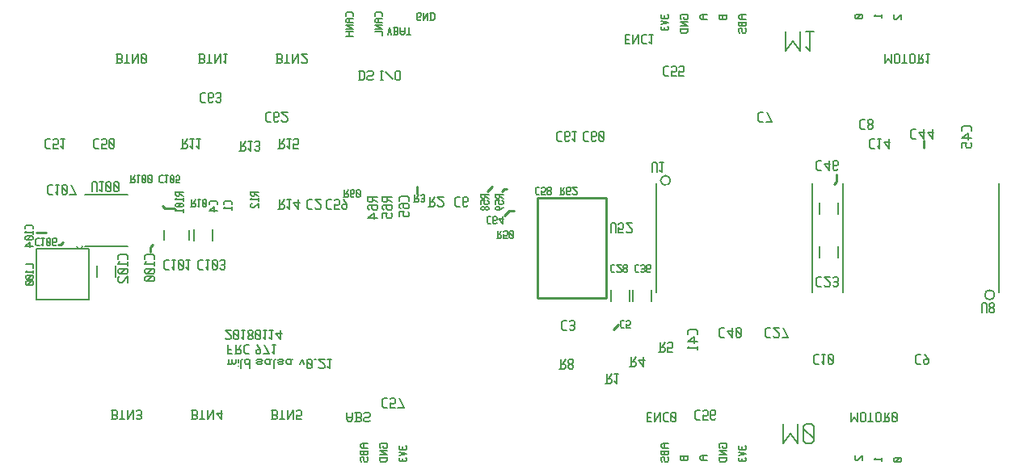
<source format=gbr>
G04 start of page 11 for group -4078 idx -4078 *
G04 Title: board, bottomsilk *
G04 Creator: pcb 20140316 *
G04 CreationDate: Mon 15 Jan 2018 01:30:57 AM GMT UTC *
G04 For: brian *
G04 Format: Gerber/RS-274X *
G04 PCB-Dimensions (mil): 6000.00 5000.00 *
G04 PCB-Coordinate-Origin: lower left *
%MOIN*%
%FSLAX25Y25*%
%LNBOTTOMSILK*%
%ADD145C,0.0082*%
%ADD144C,0.0080*%
%ADD143C,0.0100*%
G54D143*X458000Y252000D02*X459000Y253000D01*
Y256000D01*
X495000Y270000D02*Y267000D01*
X367000Y192000D02*X369000Y194000D01*
X323000Y250000D02*X322000D01*
X321000Y249000D01*
X317000Y251000D02*X315000Y249000D01*
X326000Y241000D02*X324000D01*
X322000Y239000D01*
X286000Y251000D02*Y248000D01*
X133000Y232000D02*X129000D01*
X138000Y227000D02*X139000D01*
X140000Y228000D01*
X176000Y224000D02*Y226000D01*
X177000Y227000D01*
X186000Y242000D02*X182000D01*
X181000Y243000D01*
G54D144*X263500Y145000D02*X265750D01*
X263500D02*X262750Y144475D01*
Y143650D02*Y144475D01*
Y143650D02*X263500Y143125D01*
X265750D01*
X264250D02*Y145000D01*
X265750Y140725D02*Y142225D01*
Y140725D02*X265375Y140350D01*
X264475D02*X265375D01*
X264100Y140725D02*X264475Y140350D01*
X264100Y140725D02*Y141850D01*
X262750D02*X265750D01*
X262750Y140725D02*Y142225D01*
Y140725D02*X263125Y140350D01*
X263725D01*
X264100Y140725D02*X263725Y140350D01*
X262750Y137950D02*X263125Y137575D01*
X262750Y137950D02*Y139075D01*
X263125Y139450D02*X262750Y139075D01*
X263125Y139450D02*X263875D01*
X264250Y139075D01*
Y137950D02*Y139075D01*
Y137950D02*X264625Y137575D01*
X265375D01*
X265750Y137950D02*X265375Y137575D01*
X265750Y137950D02*Y139075D01*
X265375Y139450D02*X265750Y139075D01*
X270750Y143500D02*X271125Y143125D01*
X270750Y143500D02*Y144625D01*
X271125Y145000D02*X270750Y144625D01*
X271125Y145000D02*X273375D01*
X273750Y144625D01*
Y143500D02*Y144625D01*
Y143500D02*X273375Y143125D01*
X272625D02*X273375D01*
X272250Y143500D02*X272625Y143125D01*
X272250Y143500D02*Y144250D01*
X270750Y142225D02*X273750D01*
X270750D02*X273750Y140350D01*
X270750D02*X273750D01*
X270750Y139075D02*X273750D01*
X270750Y138100D02*X271275Y137575D01*
X273225D01*
X273750Y138100D02*X273225Y137575D01*
X273750Y138100D02*Y139450D01*
X270750Y138100D02*Y139450D01*
X279125Y144000D02*X278750Y143625D01*
Y142875D02*Y143625D01*
Y142875D02*X279125Y142500D01*
X281750Y142875D02*X281375Y142500D01*
X281750Y142875D02*Y143625D01*
X281375Y144000D02*X281750Y143625D01*
X280100Y142875D02*Y143625D01*
X279125Y142500D02*X279725D01*
X280475D02*X281375D01*
X280475D02*X280100Y142875D01*
X279725Y142500D02*X280100Y142875D01*
X278750Y141600D02*X281750Y140850D01*
X278750Y140100D01*
X279125Y139200D02*X278750Y138825D01*
Y138075D02*Y138825D01*
Y138075D02*X279125Y137700D01*
X281750Y138075D02*X281375Y137700D01*
X281750Y138075D02*Y138825D01*
X281375Y139200D02*X281750Y138825D01*
X280100Y138075D02*Y138825D01*
X279125Y137700D02*X279725D01*
X280475D02*X281375D01*
X280475D02*X280100Y138075D01*
X279725Y137700D02*X280100Y138075D01*
G54D145*X437000Y145050D02*Y153250D01*
Y145050D02*X440075Y149150D01*
X443150Y145050D01*
Y153250D01*
X445610Y152225D02*X446635Y153250D01*
X445610Y146075D02*Y152225D01*
Y146075D02*X446635Y145050D01*
X448685D01*
X449710Y146075D01*
Y152225D01*
X448685Y153250D02*X449710Y152225D01*
X446635Y153250D02*X448685D01*
X445610Y151200D02*X449710Y147100D01*
G54D144*X419125Y144000D02*X418750Y143625D01*
Y142875D02*Y143625D01*
Y142875D02*X419125Y142500D01*
X421750Y142875D02*X421375Y142500D01*
X421750Y142875D02*Y143625D01*
X421375Y144000D02*X421750Y143625D01*
X420100Y142875D02*Y143625D01*
X419125Y142500D02*X419725D01*
X420475D02*X421375D01*
X420475D02*X420100Y142875D01*
X419725Y142500D02*X420100Y142875D01*
X418750Y141600D02*X421750Y140850D01*
X418750Y140100D01*
X419125Y139200D02*X418750Y138825D01*
Y138075D02*Y138825D01*
Y138075D02*X419125Y137700D01*
X421750Y138075D02*X421375Y137700D01*
X421750Y138075D02*Y138825D01*
X421375Y139200D02*X421750Y138825D01*
X420100Y138075D02*Y138825D01*
X419125Y137700D02*X419725D01*
X420475D02*X421375D01*
X420475D02*X420100Y138075D01*
X419725Y137700D02*X420100Y138075D01*
X410750Y143500D02*X411125Y143125D01*
X410750Y143500D02*Y144625D01*
X411125Y145000D02*X410750Y144625D01*
X411125Y145000D02*X413375D01*
X413750Y144625D01*
Y143500D02*Y144625D01*
Y143500D02*X413375Y143125D01*
X412625D02*X413375D01*
X412250Y143500D02*X412625Y143125D01*
X412250Y143500D02*Y144250D01*
X410750Y142225D02*X413750D01*
X410750D02*X413750Y140350D01*
X410750D02*X413750D01*
X410750Y139075D02*X413750D01*
X410750Y138100D02*X411275Y137575D01*
X413225D01*
X413750Y138100D02*X413225Y137575D01*
X413750Y138100D02*Y139450D01*
X410750Y138100D02*Y139450D01*
X403500Y140000D02*X405750D01*
X403500D02*X402750Y139475D01*
Y138650D02*Y139475D01*
Y138650D02*X403500Y138125D01*
X405750D01*
X404250D02*Y140000D01*
X397750Y138500D02*Y140000D01*
Y138500D02*X397375Y138125D01*
X396475D02*X397375D01*
X396100Y138500D02*X396475Y138125D01*
X396100Y138500D02*Y139625D01*
X394750D02*X397750D01*
X394750Y138500D02*Y140000D01*
Y138500D02*X395125Y138125D01*
X395725D01*
X396100Y138500D02*X395725Y138125D01*
X475350Y139000D02*X474750Y138400D01*
X477750D01*
Y137875D02*Y139000D01*
X485375D02*X485750Y138625D01*
X483125Y139000D02*X485375D01*
X483125D02*X482750Y138625D01*
Y137875D02*Y138625D01*
Y137875D02*X483125Y137500D01*
X485375D01*
X485750Y137875D02*X485375Y137500D01*
X485750Y137875D02*Y138625D01*
X485000Y139000D02*X483500Y137500D01*
X467125Y140000D02*X466750Y139625D01*
Y138500D02*Y139625D01*
Y138500D02*X467125Y138125D01*
X467875D01*
X469750Y140000D02*X467875Y138125D01*
X469750D02*Y140000D01*
X465000Y153980D02*Y157900D01*
Y153980D02*X466470Y155940D01*
X467940Y153980D01*
Y157900D01*
X469116Y154470D02*Y157410D01*
Y154470D02*X469606Y153980D01*
X470586D01*
X471076Y154470D01*
Y157410D01*
X470586Y157900D02*X471076Y157410D01*
X469606Y157900D02*X470586D01*
X469116Y157410D02*X469606Y157900D01*
X472252Y153980D02*X474212D01*
X473232D02*Y157900D01*
X475388Y154470D02*Y157410D01*
Y154470D02*X475878Y153980D01*
X476858D01*
X477348Y154470D01*
Y157410D01*
X476858Y157900D02*X477348Y157410D01*
X475878Y157900D02*X476858D01*
X475388Y157410D02*X475878Y157900D01*
X478524Y153980D02*X480484D01*
X480974Y154470D01*
Y155450D01*
X480484Y155940D02*X480974Y155450D01*
X479014Y155940D02*X480484D01*
X479014Y153980D02*Y157900D01*
X479798Y155940D02*X480974Y157900D01*
X482150Y157410D02*X482640Y157900D01*
X482150Y154470D02*Y157410D01*
Y154470D02*X482640Y153980D01*
X483620D01*
X484110Y154470D01*
Y157410D01*
X483620Y157900D02*X484110Y157410D01*
X482640Y157900D02*X483620D01*
X482150Y156920D02*X484110Y154960D01*
X387500Y145000D02*X389750D01*
X387500D02*X386750Y144475D01*
Y143650D02*Y144475D01*
Y143650D02*X387500Y143125D01*
X389750D01*
X388250D02*Y145000D01*
X389750Y140725D02*Y142225D01*
Y140725D02*X389375Y140350D01*
X388475D02*X389375D01*
X388100Y140725D02*X388475Y140350D01*
X388100Y140725D02*Y141850D01*
X386750D02*X389750D01*
X386750Y140725D02*Y142225D01*
Y140725D02*X387125Y140350D01*
X387725D01*
X388100Y140725D02*X387725Y140350D01*
X386750Y137950D02*X387125Y137575D01*
X386750Y137950D02*Y139075D01*
X387125Y139450D02*X386750Y139075D01*
X387125Y139450D02*X387875D01*
X388250Y139075D01*
Y137950D02*Y139075D01*
Y137950D02*X388625Y137575D01*
X389375D01*
X389750Y137950D02*X389375Y137575D01*
X389750Y137950D02*Y139075D01*
X389375Y139450D02*X389750Y139075D01*
X381000Y155744D02*X382470D01*
X381000Y157900D02*X382960D01*
X381000Y153980D02*Y157900D01*
Y153980D02*X382960D01*
X384136D02*Y157900D01*
Y153980D02*X386586Y157900D01*
Y153980D02*Y157900D01*
X388448D02*X389722D01*
X387762Y157214D02*X388448Y157900D01*
X387762Y154666D02*Y157214D01*
Y154666D02*X388448Y153980D01*
X389722D01*
X390898Y157410D02*X391388Y157900D01*
X390898Y154470D02*Y157410D01*
Y154470D02*X391388Y153980D01*
X392368D01*
X392858Y154470D01*
Y157410D01*
X392368Y157900D02*X392858Y157410D01*
X391388Y157900D02*X392368D01*
X390898Y156920D02*X392858Y154960D01*
X160000Y158900D02*X161960D01*
X162450Y158410D01*
Y157234D02*Y158410D01*
X161960Y156744D02*X162450Y157234D01*
X160490Y156744D02*X161960D01*
X160490Y154980D02*Y158900D01*
X160000Y154980D02*X161960D01*
X162450Y155470D01*
Y156254D01*
X161960Y156744D02*X162450Y156254D01*
X163626Y154980D02*X165586D01*
X164606D02*Y158900D01*
X166762Y154980D02*Y158900D01*
Y154980D02*X169212Y158900D01*
Y154980D02*Y158900D01*
X170388Y155470D02*X170878Y154980D01*
X171858D01*
X172348Y155470D01*
X171858Y158900D02*X172348Y158410D01*
X170878Y158900D02*X171858D01*
X170388Y158410D02*X170878Y158900D01*
Y156744D02*X171858D01*
X172348Y155470D02*Y156254D01*
Y157234D02*Y158410D01*
Y157234D02*X171858Y156744D01*
X172348Y156254D02*X171858Y156744D01*
X193000Y158900D02*X194960D01*
X195450Y158410D01*
Y157234D02*Y158410D01*
X194960Y156744D02*X195450Y157234D01*
X193490Y156744D02*X194960D01*
X193490Y154980D02*Y158900D01*
X193000Y154980D02*X194960D01*
X195450Y155470D01*
Y156254D01*
X194960Y156744D02*X195450Y156254D01*
X196626Y154980D02*X198586D01*
X197606D02*Y158900D01*
X199762Y154980D02*Y158900D01*
Y154980D02*X202212Y158900D01*
Y154980D02*Y158900D01*
X203388Y157430D02*X205348Y154980D01*
X203388Y157430D02*X205838D01*
X205348Y154980D02*Y158900D01*
X226000D02*X227960D01*
X228450Y158410D01*
Y157234D02*Y158410D01*
X227960Y156744D02*X228450Y157234D01*
X226490Y156744D02*X227960D01*
X226490Y154980D02*Y158900D01*
X226000Y154980D02*X227960D01*
X228450Y155470D01*
Y156254D01*
X227960Y156744D02*X228450Y156254D01*
X229626Y154980D02*X231586D01*
X230606D02*Y158900D01*
X232762Y154980D02*Y158900D01*
Y154980D02*X235212Y158900D01*
Y154980D02*Y158900D01*
X236388Y154980D02*X238348D01*
X236388D02*Y156940D01*
X236878Y156450D01*
X237858D01*
X238348Y156940D01*
Y158410D01*
X237858Y158900D02*X238348Y158410D01*
X236878Y158900D02*X237858D01*
X236388Y158410D02*X236878Y158900D01*
X162000Y305900D02*X163960D01*
X164450Y305410D01*
Y304234D02*Y305410D01*
X163960Y303744D02*X164450Y304234D01*
X162490Y303744D02*X163960D01*
X162490Y301980D02*Y305900D01*
X162000Y301980D02*X163960D01*
X164450Y302470D01*
Y303254D01*
X163960Y303744D02*X164450Y303254D01*
X165626Y301980D02*X167586D01*
X166606D02*Y305900D01*
X168762Y301980D02*Y305900D01*
Y301980D02*X171212Y305900D01*
Y301980D02*Y305900D01*
X172388Y305410D02*X172878Y305900D01*
X172388Y302470D02*Y305410D01*
Y302470D02*X172878Y301980D01*
X173858D01*
X174348Y302470D01*
Y305410D01*
X173858Y305900D02*X174348Y305410D01*
X172878Y305900D02*X173858D01*
X172388Y304920D02*X174348Y302960D01*
X196000Y305900D02*X197960D01*
X198450Y305410D01*
Y304234D02*Y305410D01*
X197960Y303744D02*X198450Y304234D01*
X196490Y303744D02*X197960D01*
X196490Y301980D02*Y305900D01*
X196000Y301980D02*X197960D01*
X198450Y302470D01*
Y303254D01*
X197960Y303744D02*X198450Y303254D01*
X199626Y301980D02*X201586D01*
X200606D02*Y305900D01*
X202762Y301980D02*Y305900D01*
Y301980D02*X205212Y305900D01*
Y301980D02*Y305900D01*
X206388Y302764D02*X207172Y301980D01*
Y305900D01*
X206388D02*X207858D01*
X228000D02*X229960D01*
X230450Y305410D01*
Y304234D02*Y305410D01*
X229960Y303744D02*X230450Y304234D01*
X228490Y303744D02*X229960D01*
X228490Y301980D02*Y305900D01*
X228000Y301980D02*X229960D01*
X230450Y302470D01*
Y303254D01*
X229960Y303744D02*X230450Y303254D01*
X231626Y301980D02*X233586D01*
X232606D02*Y305900D01*
X234762Y301980D02*Y305900D01*
Y301980D02*X237212Y305900D01*
Y301980D02*Y305900D01*
X238388Y302470D02*X238878Y301980D01*
X240348D01*
X240838Y302470D01*
Y303450D01*
X238388Y305900D02*X240838Y303450D01*
X238388Y305900D02*X240838D01*
X262490Y294980D02*Y298900D01*
X263764Y294980D02*X264450Y295666D01*
Y298214D01*
X263764Y298900D02*X264450Y298214D01*
X262000Y298900D02*X263764D01*
X262000Y294980D02*X263764D01*
X267586D02*X268076Y295470D01*
X266116Y294980D02*X267586D01*
X265626Y295470D02*X266116Y294980D01*
X265626Y295470D02*Y296450D01*
X266116Y296940D01*
X267586D01*
X268076Y297430D01*
Y298410D01*
X267586Y298900D02*X268076Y298410D01*
X266116Y298900D02*X267586D01*
X265626Y298410D02*X266116Y298900D01*
X271016Y294980D02*X271996D01*
X271506D02*Y298900D01*
X271016D02*X271996D01*
X273172Y298410D02*X276112Y295470D01*
X277288D02*Y298410D01*
Y295470D02*X277778Y294980D01*
X278758D01*
X279248Y295470D01*
Y298410D01*
X278758Y298900D02*X279248Y298410D01*
X277778Y298900D02*X278758D01*
X277288Y298410D02*X277778Y298900D01*
X274000Y313750D02*X274750Y316750D01*
X275500Y313750D01*
X276400Y316750D02*X277900D01*
X278275Y316375D01*
Y315475D02*Y316375D01*
X277900Y315100D02*X278275Y315475D01*
X276775Y315100D02*X277900D01*
X276775Y313750D02*Y316750D01*
X276400Y313750D02*X277900D01*
X278275Y314125D01*
Y314725D01*
X277900Y315100D02*X278275Y314725D01*
X279175Y314500D02*Y316750D01*
Y314500D02*X279700Y313750D01*
X280525D01*
X281050Y314500D01*
Y316750D01*
X279175Y315250D02*X281050D01*
X281950Y313750D02*X283450D01*
X282700D02*Y316750D01*
X287500Y319750D02*X287875Y320125D01*
X286375Y319750D02*X287500D01*
X286000Y320125D02*X286375Y319750D01*
X286000Y320125D02*Y322375D01*
X286375Y322750D01*
X287500D01*
X287875Y322375D01*
Y321625D02*Y322375D01*
X287500Y321250D02*X287875Y321625D01*
X286750Y321250D02*X287500D01*
X288775Y319750D02*Y322750D01*
Y319750D02*X290650Y322750D01*
Y319750D02*Y322750D01*
X291925Y319750D02*Y322750D01*
X292900Y319750D02*X293425Y320275D01*
Y322225D01*
X292900Y322750D02*X293425Y322225D01*
X291550Y322750D02*X292900D01*
X291550Y319750D02*X292900D01*
X257000Y154960D02*Y157900D01*
Y154960D02*X257686Y153980D01*
X258764D01*
X259450Y154960D01*
Y157900D01*
X257000Y155940D02*X259450D01*
X260626Y157900D02*X262586D01*
X263076Y157410D01*
Y156234D02*Y157410D01*
X262586Y155744D02*X263076Y156234D01*
X261116Y155744D02*X262586D01*
X261116Y153980D02*Y157900D01*
X260626Y153980D02*X262586D01*
X263076Y154470D01*
Y155254D01*
X262586Y155744D02*X263076Y155254D01*
X266212Y153980D02*X266702Y154470D01*
X264742Y153980D02*X266212D01*
X264252Y154470D02*X264742Y153980D01*
X264252Y154470D02*Y155450D01*
X264742Y155940D01*
X266212D01*
X266702Y156430D01*
Y157410D01*
X266212Y157900D02*X266702Y157410D01*
X264742Y157900D02*X266212D01*
X264252Y157410D02*X264742Y157900D01*
X259750Y321500D02*Y322475D01*
X259225Y323000D02*X259750Y322475D01*
X257275Y323000D02*X259225D01*
X257275D02*X256750Y322475D01*
Y321500D02*Y322475D01*
X257500Y320600D02*X259750D01*
X257500D02*X256750Y320075D01*
Y319250D02*Y320075D01*
Y319250D02*X257500Y318725D01*
X259750D01*
X258250D02*Y320600D01*
X256750Y317825D02*X259750D01*
X256750D02*X259750Y315950D01*
X256750D02*X259750D01*
X256750Y315050D02*X259750D01*
X256750Y313175D02*X259750D01*
X258250D02*Y315050D01*
X271750Y321500D02*Y322475D01*
X271225Y323000D02*X271750Y322475D01*
X269275Y323000D02*X271225D01*
X269275D02*X268750Y322475D01*
Y321500D02*Y322475D01*
X269500Y320600D02*X271750D01*
X269500D02*X268750Y320075D01*
Y319250D02*Y320075D01*
Y319250D02*X269500Y318725D01*
X271750D01*
X270250D02*Y320600D01*
X268750Y317825D02*X271750D01*
X268750D02*X271750Y315950D01*
X268750D02*X271750D01*
X268750Y315050D02*X271750D01*
Y313550D02*Y315050D01*
X208490Y178430D02*Y179900D01*
Y178430D02*X208980Y177940D01*
X209470D01*
X209960Y178430D01*
Y179900D01*
Y178430D02*X210450Y177940D01*
X210940D01*
X211430Y178430D01*
Y179900D01*
X208000Y177940D02*X208490Y178430D01*
X212606Y176960D02*Y177058D01*
Y178430D02*Y179900D01*
X213586Y175980D02*Y179410D01*
X214076Y179900D01*
X217016Y175980D02*Y179900D01*
X216526D02*X217016Y179410D01*
X215546Y179900D02*X216526D01*
X215056Y179410D02*X215546Y179900D01*
X215056Y178430D02*Y179410D01*
Y178430D02*X215546Y177940D01*
X216526D01*
X217016Y178430D01*
X220446Y179900D02*X221916D01*
X222406Y179410D01*
X221916Y178920D02*X222406Y179410D01*
X220446Y178920D02*X221916D01*
X219956Y178430D02*X220446Y178920D01*
X219956Y178430D02*X220446Y177940D01*
X221916D01*
X222406Y178430D01*
X219956Y179410D02*X220446Y179900D01*
X225052Y177940D02*X225542Y178430D01*
X224072Y177940D02*X225052D01*
X223582Y178430D02*X224072Y177940D01*
X223582Y178430D02*Y179410D01*
X224072Y179900D01*
X225542Y177940D02*Y179410D01*
X226032Y179900D01*
X224072D02*X225052D01*
X225542Y179410D01*
X227208Y175980D02*Y179410D01*
X227698Y179900D01*
X229168D02*X230638D01*
X231128Y179410D01*
X230638Y178920D02*X231128Y179410D01*
X229168Y178920D02*X230638D01*
X228678Y178430D02*X229168Y178920D01*
X228678Y178430D02*X229168Y177940D01*
X230638D01*
X231128Y178430D01*
X228678Y179410D02*X229168Y179900D01*
X233774Y177940D02*X234264Y178430D01*
X232794Y177940D02*X233774D01*
X232304Y178430D02*X232794Y177940D01*
X232304Y178430D02*Y179410D01*
X232794Y179900D01*
X234264Y177940D02*Y179410D01*
X234754Y179900D01*
X232794D02*X233774D01*
X234264Y179410D01*
X237694Y177940D02*X238674Y179900D01*
X239654Y177940D02*X238674Y179900D01*
X240830Y179410D02*X241320Y179900D01*
X240830Y176470D02*Y179410D01*
Y176470D02*X241320Y175980D01*
X242300D01*
X242790Y176470D01*
Y179410D01*
X242300Y179900D02*X242790Y179410D01*
X241320Y179900D02*X242300D01*
X240830Y178920D02*X242790Y176960D01*
X243966Y179900D02*X244456D01*
X245632Y176470D02*X246122Y175980D01*
X247592D01*
X248082Y176470D01*
Y177450D01*
X245632Y179900D02*X248082Y177450D01*
X245632Y179900D02*X248082D01*
X249258Y176764D02*X250042Y175980D01*
Y179900D01*
X249258D02*X250728D01*
X208000Y181980D02*Y185900D01*
Y181980D02*X209960D01*
X208000Y183744D02*X209470D01*
X211136Y181980D02*X213096D01*
X213586Y182470D01*
Y183450D01*
X213096Y183940D02*X213586Y183450D01*
X211626Y183940D02*X213096D01*
X211626Y181980D02*Y185900D01*
X212410Y183940D02*X213586Y185900D01*
X215448D02*X216722D01*
X214762Y185214D02*X215448Y185900D01*
X214762Y182666D02*Y185214D01*
Y182666D02*X215448Y181980D01*
X216722D01*
X220152Y185900D02*X221622Y183940D01*
Y182470D02*Y183940D01*
X221132Y181980D02*X221622Y182470D01*
X220152Y181980D02*X221132D01*
X219662Y182470D02*X220152Y181980D01*
X219662Y182470D02*Y183450D01*
X220152Y183940D01*
X221622D01*
X223288Y185900D02*X225248Y181980D01*
X222798D02*X225248D01*
X226424Y182764D02*X227208Y181980D01*
Y185900D01*
X226424D02*X227894D01*
X207000Y188470D02*X207490Y187980D01*
X208960D01*
X209450Y188470D01*
Y189450D01*
X207000Y191900D02*X209450Y189450D01*
X207000Y191900D02*X209450D01*
X210626Y191410D02*X211116Y191900D01*
X210626Y188470D02*Y191410D01*
Y188470D02*X211116Y187980D01*
X212096D01*
X212586Y188470D01*
Y191410D01*
X212096Y191900D02*X212586Y191410D01*
X211116Y191900D02*X212096D01*
X210626Y190920D02*X212586Y188960D01*
X213762Y188764D02*X214546Y187980D01*
Y191900D01*
X213762D02*X215232D01*
X216408Y191410D02*X216898Y191900D01*
X216408Y190626D02*Y191410D01*
Y190626D02*X217094Y189940D01*
X217682D01*
X218368Y190626D01*
Y191410D01*
X217878Y191900D02*X218368Y191410D01*
X216898Y191900D02*X217878D01*
X216408Y189254D02*X217094Y189940D01*
X216408Y188470D02*Y189254D01*
Y188470D02*X216898Y187980D01*
X217878D01*
X218368Y188470D01*
Y189254D01*
X217682Y189940D02*X218368Y189254D01*
X219544Y191410D02*X220034Y191900D01*
X219544Y188470D02*Y191410D01*
Y188470D02*X220034Y187980D01*
X221014D01*
X221504Y188470D01*
Y191410D01*
X221014Y191900D02*X221504Y191410D01*
X220034Y191900D02*X221014D01*
X219544Y190920D02*X221504Y188960D01*
X222680Y188764D02*X223464Y187980D01*
Y191900D01*
X222680D02*X224150D01*
X225326Y188764D02*X226110Y187980D01*
Y191900D01*
X225326D02*X226796D01*
X227972Y190430D02*X229932Y187980D01*
X227972Y190430D02*X230422D01*
X229932Y187980D02*Y191900D01*
G54D145*X438000Y307050D02*Y315250D01*
Y307050D02*X441075Y311150D01*
X444150Y307050D01*
Y315250D01*
X446610Y308690D02*X448250Y307050D01*
Y315250D01*
X446610D02*X449685D01*
G54D144*X419500Y322000D02*X421750D01*
X419500D02*X418750Y321475D01*
Y320650D02*Y321475D01*
Y320650D02*X419500Y320125D01*
X421750D01*
X420250D02*Y322000D01*
X421750Y317725D02*Y319225D01*
Y317725D02*X421375Y317350D01*
X420475D02*X421375D01*
X420100Y317725D02*X420475Y317350D01*
X420100Y317725D02*Y318850D01*
X418750D02*X421750D01*
X418750Y317725D02*Y319225D01*
Y317725D02*X419125Y317350D01*
X419725D01*
X420100Y317725D02*X419725Y317350D01*
X418750Y314950D02*X419125Y314575D01*
X418750Y314950D02*Y316075D01*
X419125Y316450D02*X418750Y316075D01*
X419125Y316450D02*X419875D01*
X420250Y316075D01*
Y314950D02*Y316075D01*
Y314950D02*X420625Y314575D01*
X421375D01*
X421750Y314950D02*X421375Y314575D01*
X421750Y314950D02*Y316075D01*
X421375Y316450D02*X421750Y316075D01*
X387125Y322000D02*X386750Y321625D01*
Y320875D02*Y321625D01*
Y320875D02*X387125Y320500D01*
X389750Y320875D02*X389375Y320500D01*
X389750Y320875D02*Y321625D01*
X389375Y322000D02*X389750Y321625D01*
X388100Y320875D02*Y321625D01*
X387125Y320500D02*X387725D01*
X388475D02*X389375D01*
X388475D02*X388100Y320875D01*
X387725Y320500D02*X388100Y320875D01*
X386750Y319600D02*X389750Y318850D01*
X386750Y318100D01*
X387125Y317200D02*X386750Y316825D01*
Y316075D02*Y316825D01*
Y316075D02*X387125Y315700D01*
X389750Y316075D02*X389375Y315700D01*
X389750Y316075D02*Y316825D01*
X389375Y317200D02*X389750Y316825D01*
X388100Y316075D02*Y316825D01*
X387125Y315700D02*X387725D01*
X388475D02*X389375D01*
X388475D02*X388100Y316075D01*
X387725Y315700D02*X388100Y316075D01*
X394750Y320500D02*X395125Y320125D01*
X394750Y320500D02*Y321625D01*
X395125Y322000D02*X394750Y321625D01*
X395125Y322000D02*X397375D01*
X397750Y321625D01*
Y320500D02*Y321625D01*
Y320500D02*X397375Y320125D01*
X396625D02*X397375D01*
X396250Y320500D02*X396625Y320125D01*
X396250Y320500D02*Y321250D01*
X394750Y319225D02*X397750D01*
X394750D02*X397750Y317350D01*
X394750D02*X397750D01*
X394750Y316075D02*X397750D01*
X394750Y315100D02*X395275Y314575D01*
X397225D01*
X397750Y315100D02*X397225Y314575D01*
X397750Y315100D02*Y316450D01*
X394750Y315100D02*Y316450D01*
X403500Y322000D02*X405750D01*
X403500D02*X402750Y321475D01*
Y320650D02*Y321475D01*
Y320650D02*X403500Y320125D01*
X405750D01*
X404250D02*Y322000D01*
X413750Y320500D02*Y322000D01*
Y320500D02*X413375Y320125D01*
X412475D02*X413375D01*
X412100Y320500D02*X412475Y320125D01*
X412100Y320500D02*Y321625D01*
X410750D02*X413750D01*
X410750Y320500D02*Y322000D01*
Y320500D02*X411125Y320125D01*
X411725D01*
X412100Y320500D02*X411725Y320125D01*
X483125Y322000D02*X482750Y321625D01*
Y320500D02*Y321625D01*
Y320500D02*X483125Y320125D01*
X483875D01*
X485750Y322000D02*X483875Y320125D01*
X485750D02*Y322000D01*
X475350D02*X474750Y321400D01*
X477750D01*
Y320875D02*Y322000D01*
X469375D02*X469750Y321625D01*
X467125Y322000D02*X469375D01*
X467125D02*X466750Y321625D01*
Y320875D02*Y321625D01*
Y320875D02*X467125Y320500D01*
X469375D01*
X469750Y320875D02*X469375Y320500D01*
X469750Y320875D02*Y321625D01*
X469000Y322000D02*X467500Y320500D01*
X372000Y311744D02*X373470D01*
X372000Y313900D02*X373960D01*
X372000Y309980D02*Y313900D01*
Y309980D02*X373960D01*
X375136D02*Y313900D01*
Y309980D02*X377586Y313900D01*
Y309980D02*Y313900D01*
X379448D02*X380722D01*
X378762Y313214D02*X379448Y313900D01*
X378762Y310666D02*Y313214D01*
Y310666D02*X379448Y309980D01*
X380722D01*
X381898Y310764D02*X382682Y309980D01*
Y313900D01*
X381898D02*X383368D01*
X479000Y301980D02*Y305900D01*
Y301980D02*X480470Y303940D01*
X481940Y301980D01*
Y305900D01*
X483116Y302470D02*Y305410D01*
Y302470D02*X483606Y301980D01*
X484586D01*
X485076Y302470D01*
Y305410D01*
X484586Y305900D02*X485076Y305410D01*
X483606Y305900D02*X484586D01*
X483116Y305410D02*X483606Y305900D01*
X486252Y301980D02*X488212D01*
X487232D02*Y305900D01*
X489388Y302470D02*Y305410D01*
Y302470D02*X489878Y301980D01*
X490858D01*
X491348Y302470D01*
Y305410D01*
X490858Y305900D02*X491348Y305410D01*
X489878Y305900D02*X490858D01*
X489388Y305410D02*X489878Y305900D01*
X492524Y301980D02*X494484D01*
X494974Y302470D01*
Y303450D01*
X494484Y303940D02*X494974Y303450D01*
X493014Y303940D02*X494484D01*
X493014Y301980D02*Y305900D01*
X493798Y303940D02*X494974Y305900D01*
X496150Y302764D02*X496934Y301980D01*
Y305900D01*
X496150D02*X497620D01*
X449087Y252441D02*Y207559D01*
X384913Y252441D02*Y207559D01*
X388654Y255622D02*G75*G03X388654Y255622I0J-2000D01*G01*
X459740Y226362D02*Y221638D01*
X452260Y226362D02*Y221638D01*
Y244362D02*Y239638D01*
X459740Y244362D02*Y239638D01*
X461913Y252441D02*Y207559D01*
X526087Y252441D02*Y207559D01*
X522346Y204378D02*G75*G03X522346Y204378I0J2000D01*G01*
G54D143*X335800Y246500D02*Y205100D01*
Y246500D02*X364300D01*
Y205100D01*
X335800D02*X364300D01*
G54D144*X375260Y208362D02*Y203638D01*
X382740Y208362D02*Y203638D01*
X366260Y208362D02*Y203638D01*
X373740Y208362D02*Y203638D01*
X194260Y233362D02*Y228638D01*
X201740Y233362D02*Y228638D01*
X181686Y232968D02*Y229032D01*
X192314Y232968D02*Y229032D01*
X161740Y218362D02*Y213638D01*
X154260Y218362D02*Y213638D01*
X129200Y225400D02*X150800D01*
X129200D02*Y204600D01*
X150800D01*
Y225400D02*Y204600D01*
X149142Y247630D02*X166858D01*
X149142Y226370D02*X166858D01*
X145795Y226359D02*G75*G03X148158Y226359I1182J208D01*G01*
X209700Y243610D02*Y244611D01*
X209161Y245150D02*X209700Y244611D01*
X207159Y245150D02*X209161D01*
X207159D02*X206620Y244611D01*
Y243610D02*Y244611D01*
X207236Y242686D02*X206620Y242070D01*
X209700D01*
Y241531D02*Y242686D01*
X203700Y243610D02*Y244611D01*
X203161Y245150D02*X203700Y244611D01*
X201159Y245150D02*X203161D01*
X201159D02*X200620Y244611D01*
Y243610D02*Y244611D01*
X202545Y242686D02*X200620Y241146D01*
X202545Y240761D02*Y242686D01*
X200620Y241146D02*X203700D01*
X196550Y220850D02*X197850D01*
X195850Y220150D02*X196550Y220850D01*
X195850Y217550D02*Y220150D01*
Y217550D02*X196550Y216850D01*
X197850D01*
X199050Y217650D02*X199850Y216850D01*
Y220850D01*
X199050D02*X200550D01*
X201750Y220350D02*X202250Y220850D01*
X201750Y217350D02*Y220350D01*
Y217350D02*X202250Y216850D01*
X203250D01*
X203750Y217350D01*
Y220350D01*
X203250Y220850D02*X203750Y220350D01*
X202250Y220850D02*X203250D01*
X201750Y219850D02*X203750Y217850D01*
X204950Y217350D02*X205450Y216850D01*
X206450D01*
X206950Y217350D01*
X206450Y220850D02*X206950Y220350D01*
X205450Y220850D02*X206450D01*
X204950Y220350D02*X205450Y220850D01*
Y218650D02*X206450D01*
X206950Y217350D02*Y218150D01*
Y219150D02*Y220350D01*
Y219150D02*X206450Y218650D01*
X206950Y218150D02*X206450Y218650D01*
X182550Y220850D02*X183850D01*
X181850Y220150D02*X182550Y220850D01*
X181850Y217550D02*Y220150D01*
Y217550D02*X182550Y216850D01*
X183850D01*
X185050Y217650D02*X185850Y216850D01*
Y220850D01*
X185050D02*X186550D01*
X187750Y220350D02*X188250Y220850D01*
X187750Y217350D02*Y220350D01*
Y217350D02*X188250Y216850D01*
X189250D01*
X189750Y217350D01*
Y220350D01*
X189250Y220850D02*X189750Y220350D01*
X188250Y220850D02*X189250D01*
X187750Y219850D02*X189750Y217850D01*
X190950Y217650D02*X191750Y216850D01*
Y220850D01*
X190950D02*X192450D01*
X192850Y242620D02*X194390D01*
X194775Y243005D01*
Y243775D01*
X194390Y244160D02*X194775Y243775D01*
X193235Y244160D02*X194390D01*
X193235Y242620D02*Y245700D01*
X193851Y244160D02*X194775Y245700D01*
X195699Y243236D02*X196315Y242620D01*
Y245700D01*
X195699D02*X196854D01*
X197778Y245315D02*X198163Y245700D01*
X197778Y243005D02*Y245315D01*
Y243005D02*X198163Y242620D01*
X198933D01*
X199318Y243005D01*
Y245315D01*
X198933Y245700D02*X199318Y245315D01*
X198163Y245700D02*X198933D01*
X197778Y244930D02*X199318Y243390D01*
X186620Y247610D02*Y249150D01*
Y247610D02*X187005Y247225D01*
X187775D01*
X188160Y247610D02*X187775Y247225D01*
X188160Y247610D02*Y248765D01*
X186620D02*X189700D01*
X188160Y248149D02*X189700Y247225D01*
X187236Y246301D02*X186620Y245685D01*
X189700D01*
Y245146D02*Y246301D01*
X189315Y244222D02*X189700Y243837D01*
X187005Y244222D02*X189315D01*
X187005D02*X186620Y243837D01*
Y243067D02*Y243837D01*
Y243067D02*X187005Y242682D01*
X189315D01*
X189700Y243067D02*X189315Y242682D01*
X189700Y243067D02*Y243837D01*
X188930Y244222D02*X187390Y242682D01*
X187236Y241758D02*X186620Y241142D01*
X189700D01*
Y240603D02*Y241758D01*
X167850Y252620D02*X169390D01*
X169775Y253005D01*
Y253775D01*
X169390Y254160D02*X169775Y253775D01*
X168235Y254160D02*X169390D01*
X168235Y252620D02*Y255700D01*
X168851Y254160D02*X169775Y255700D01*
X170699Y253236D02*X171315Y252620D01*
Y255700D01*
X170699D02*X171854D01*
X172778Y255315D02*X173163Y255700D01*
X172778Y253005D02*Y255315D01*
Y253005D02*X173163Y252620D01*
X173933D01*
X174318Y253005D01*
Y255315D01*
X173933Y255700D02*X174318Y255315D01*
X173163Y255700D02*X173933D01*
X172778Y254930D02*X174318Y253390D01*
X175242Y255315D02*X175627Y255700D01*
X175242Y253005D02*Y255315D01*
Y253005D02*X175627Y252620D01*
X176397D01*
X176782Y253005D01*
Y255315D01*
X176397Y255700D02*X176782Y255315D01*
X175627Y255700D02*X176397D01*
X175242Y254930D02*X176782Y253390D01*
X180382Y255650D02*X181370D01*
X179850Y255118D02*X180382Y255650D01*
X179850Y253142D02*Y255118D01*
Y253142D02*X180382Y252610D01*
X181370D01*
X182282Y253218D02*X182890Y252610D01*
Y255650D01*
X182282D02*X183422D01*
X184334Y255270D02*X184714Y255650D01*
X184334Y252990D02*Y255270D01*
Y252990D02*X184714Y252610D01*
X185474D01*
X185854Y252990D01*
Y255270D01*
X185474Y255650D02*X185854Y255270D01*
X184714Y255650D02*X185474D01*
X184334Y254890D02*X185854Y253370D01*
X186766Y252610D02*X188286D01*
X186766D02*Y254130D01*
X187146Y253750D01*
X187906D01*
X188286Y254130D01*
Y255270D01*
X187906Y255650D02*X188286Y255270D01*
X187146Y255650D02*X187906D01*
X186766Y255270D02*X187146Y255650D01*
X272550Y163850D02*X273850D01*
X271850Y163150D02*X272550Y163850D01*
X271850Y160550D02*Y163150D01*
Y160550D02*X272550Y159850D01*
X273850D01*
X275050D02*X277050D01*
X275050D02*Y161850D01*
X275550Y161350D01*
X276550D01*
X277050Y161850D01*
Y163350D01*
X276550Y163850D02*X277050Y163350D01*
X275550Y163850D02*X276550D01*
X275050Y163350D02*X275550Y163850D01*
X278750D02*X280750Y159850D01*
X278250D02*X280750D01*
X241550Y245850D02*X242850D01*
X240850Y245150D02*X241550Y245850D01*
X240850Y242550D02*Y245150D01*
Y242550D02*X241550Y241850D01*
X242850D01*
X244050Y242350D02*X244550Y241850D01*
X246050D01*
X246550Y242350D01*
Y243350D01*
X244050Y245850D02*X246550Y243350D01*
X244050Y245850D02*X246550D01*
X249550D02*X250850D01*
X248850Y245150D02*X249550Y245850D01*
X248850Y242550D02*Y245150D01*
Y242550D02*X249550Y241850D01*
X250850D01*
X252050D02*X254050D01*
X252050D02*Y243850D01*
X252550Y243350D01*
X253550D01*
X254050Y243850D01*
Y245350D01*
X253550Y245850D02*X254050Y245350D01*
X252550Y245850D02*X253550D01*
X252050Y245350D02*X252550Y245850D01*
X255750D02*X257250Y243850D01*
Y242350D02*Y243850D01*
X256750Y241850D02*X257250Y242350D01*
X255750Y241850D02*X256750D01*
X255250Y242350D02*X255750Y241850D01*
X255250Y242350D02*Y243350D01*
X255750Y243850D01*
X257250D01*
X255850Y246620D02*X257390D01*
X257775Y247005D01*
Y247775D01*
X257390Y248160D02*X257775Y247775D01*
X256235Y248160D02*X257390D01*
X256235Y246620D02*Y249700D01*
X256851Y248160D02*X257775Y249700D01*
X259854Y246620D02*X260239Y247005D01*
X259084Y246620D02*X259854D01*
X258699Y247005D02*X259084Y246620D01*
X258699Y247005D02*Y249315D01*
X259084Y249700D01*
X259854Y248006D02*X260239Y248391D01*
X258699Y248006D02*X259854D01*
X259084Y249700D02*X259854D01*
X260239Y249315D01*
Y248391D02*Y249315D01*
X261163D02*X261548Y249700D01*
X261163Y247005D02*Y249315D01*
Y247005D02*X261548Y246620D01*
X262318D01*
X262703Y247005D01*
Y249315D01*
X262318Y249700D02*X262703Y249315D01*
X261548Y249700D02*X262318D01*
X261163Y248930D02*X262703Y247390D01*
X228850Y241850D02*X230850D01*
X231350Y242350D01*
Y243350D01*
X230850Y243850D02*X231350Y243350D01*
X229350Y243850D02*X230850D01*
X229350Y241850D02*Y245850D01*
X230150Y243850D02*X231350Y245850D01*
X232550Y242650D02*X233350Y241850D01*
Y245850D01*
X232550D02*X234050D01*
X235250Y244350D02*X237250Y241850D01*
X235250Y244350D02*X237750D01*
X237250Y241850D02*Y245850D01*
X228850Y266850D02*X230850D01*
X231350Y267350D01*
Y268350D01*
X230850Y268850D02*X231350Y268350D01*
X229350Y268850D02*X230850D01*
X229350Y266850D02*Y270850D01*
X230150Y268850D02*X231350Y270850D01*
X232550Y267650D02*X233350Y266850D01*
Y270850D01*
X232550D02*X234050D01*
X235250Y266850D02*X237250D01*
X235250D02*Y268850D01*
X235750Y268350D01*
X236750D01*
X237250Y268850D01*
Y270350D01*
X236750Y270850D02*X237250Y270350D01*
X235750Y270850D02*X236750D01*
X235250Y270350D02*X235750Y270850D01*
X224550Y281850D02*X225850D01*
X223850Y281150D02*X224550Y281850D01*
X223850Y278550D02*Y281150D01*
Y278550D02*X224550Y277850D01*
X225850D01*
X228550D02*X229050Y278350D01*
X227550Y277850D02*X228550D01*
X227050Y278350D02*X227550Y277850D01*
X227050Y278350D02*Y281350D01*
X227550Y281850D01*
X228550Y279650D02*X229050Y280150D01*
X227050Y279650D02*X228550D01*
X227550Y281850D02*X228550D01*
X229050Y281350D01*
Y280150D02*Y281350D01*
X230250Y278350D02*X230750Y277850D01*
X232250D01*
X232750Y278350D01*
Y279350D01*
X230250Y281850D02*X232750Y279350D01*
X230250Y281850D02*X232750D01*
X217620Y247610D02*Y249150D01*
Y247610D02*X218005Y247225D01*
X218775D01*
X219160Y247610D02*X218775Y247225D01*
X219160Y247610D02*Y248765D01*
X217620D02*X220700D01*
X219160Y248149D02*X220700Y247225D01*
X218236Y246301D02*X217620Y245685D01*
X220700D01*
Y245146D02*Y246301D01*
X218005Y244222D02*X217620Y243837D01*
Y242682D02*Y243837D01*
Y242682D02*X218005Y242297D01*
X218775D01*
X220700Y244222D02*X218775Y242297D01*
X220700D02*Y244222D01*
X212850Y265850D02*X214850D01*
X215350Y266350D01*
Y267350D01*
X214850Y267850D02*X215350Y267350D01*
X213350Y267850D02*X214850D01*
X213350Y265850D02*Y269850D01*
X214150Y267850D02*X215350Y269850D01*
X216550Y266650D02*X217350Y265850D01*
Y269850D01*
X216550D02*X218050D01*
X219250Y266350D02*X219750Y265850D01*
X220750D01*
X221250Y266350D01*
X220750Y269850D02*X221250Y269350D01*
X219750Y269850D02*X220750D01*
X219250Y269350D02*X219750Y269850D01*
Y267650D02*X220750D01*
X221250Y266350D02*Y267150D01*
Y268150D02*Y269350D01*
Y268150D02*X220750Y267650D01*
X221250Y267150D02*X220750Y267650D01*
X265850Y245150D02*Y247150D01*
Y245150D02*X266350Y244650D01*
X267350D01*
X267850Y245150D02*X267350Y244650D01*
X267850Y245150D02*Y246650D01*
X265850D02*X269850D01*
X267850Y245850D02*X269850Y244650D01*
X265850Y241950D02*X266350Y241450D01*
X265850Y241950D02*Y242950D01*
X266350Y243450D02*X265850Y242950D01*
X266350Y243450D02*X269350D01*
X269850Y242950D01*
X267650Y241950D02*X268150Y241450D01*
X267650Y241950D02*Y243450D01*
X269850Y241950D02*Y242950D01*
Y241950D02*X269350Y241450D01*
X268150D02*X269350D01*
X268350Y240250D02*X265850Y238250D01*
X268350Y237750D02*Y240250D01*
X265850Y238250D02*X269850D01*
X271850Y245150D02*Y247150D01*
Y245150D02*X272350Y244650D01*
X273350D01*
X273850Y245150D02*X273350Y244650D01*
X273850Y245150D02*Y246650D01*
X271850D02*X275850D01*
X273850Y245850D02*X275850Y244650D01*
X271850Y241950D02*X272350Y241450D01*
X271850Y241950D02*Y242950D01*
X272350Y243450D02*X271850Y242950D01*
X272350Y243450D02*X275350D01*
X275850Y242950D01*
X273650Y241950D02*X274150Y241450D01*
X273650Y241950D02*Y243450D01*
X275850Y241950D02*Y242950D01*
Y241950D02*X275350Y241450D01*
X274150D02*X275350D01*
X271850Y238250D02*Y240250D01*
X273850D01*
X273350Y239750D01*
Y238750D02*Y239750D01*
Y238750D02*X273850Y238250D01*
X275350D01*
X275850Y238750D02*X275350Y238250D01*
X275850Y238750D02*Y239750D01*
X275350Y240250D02*X275850Y239750D01*
X282850Y245150D02*Y246450D01*
X282150Y247150D02*X282850Y246450D01*
X279550Y247150D02*X282150D01*
X279550D02*X278850Y246450D01*
Y245150D02*Y246450D01*
Y242450D02*X279350Y241950D01*
X278850Y242450D02*Y243450D01*
X279350Y243950D02*X278850Y243450D01*
X279350Y243950D02*X282350D01*
X282850Y243450D01*
X280650Y242450D02*X281150Y241950D01*
X280650Y242450D02*Y243950D01*
X282850Y242450D02*Y243450D01*
Y242450D02*X282350Y241950D01*
X281150D02*X282350D01*
X278850Y238750D02*Y240750D01*
X280850D01*
X280350Y240250D01*
Y239250D02*Y240250D01*
Y239250D02*X280850Y238750D01*
X282350D01*
X282850Y239250D02*X282350Y238750D01*
X282850Y239250D02*Y240250D01*
X282350Y240750D02*X282850Y240250D01*
X133550Y270850D02*X134850D01*
X132850Y270150D02*X133550Y270850D01*
X132850Y267550D02*Y270150D01*
Y267550D02*X133550Y266850D01*
X134850D01*
X136050D02*X138050D01*
X136050D02*Y268850D01*
X136550Y268350D01*
X137550D01*
X138050Y268850D01*
Y270350D01*
X137550Y270850D02*X138050Y270350D01*
X136550Y270850D02*X137550D01*
X136050Y270350D02*X136550Y270850D01*
X139250Y267650D02*X140050Y266850D01*
Y270850D01*
X139250D02*X140750D01*
X166850Y221150D02*Y222450D01*
X166150Y223150D02*X166850Y222450D01*
X163550Y223150D02*X166150D01*
X163550D02*X162850Y222450D01*
Y221150D02*Y222450D01*
X163650Y219950D02*X162850Y219150D01*
X166850D01*
Y218450D02*Y219950D01*
X166350Y217250D02*X166850Y216750D01*
X163350Y217250D02*X166350D01*
X163350D02*X162850Y216750D01*
Y215750D02*Y216750D01*
Y215750D02*X163350Y215250D01*
X166350D01*
X166850Y215750D02*X166350Y215250D01*
X166850Y215750D02*Y216750D01*
X165850Y217250D02*X163850Y215250D01*
X163350Y214050D02*X162850Y213550D01*
Y212050D02*Y213550D01*
Y212050D02*X163350Y211550D01*
X164350D01*
X166850Y214050D02*X164350Y211550D01*
X166850D02*Y214050D01*
X177850Y221150D02*Y222450D01*
X177150Y223150D02*X177850Y222450D01*
X174550Y223150D02*X177150D01*
X174550D02*X173850Y222450D01*
Y221150D02*Y222450D01*
X174650Y219950D02*X173850Y219150D01*
X177850D01*
Y218450D02*Y219950D01*
X177350Y217250D02*X177850Y216750D01*
X174350Y217250D02*X177350D01*
X174350D02*X173850Y216750D01*
Y215750D02*Y216750D01*
Y215750D02*X174350Y215250D01*
X177350D01*
X177850Y215750D02*X177350Y215250D01*
X177850Y215750D02*Y216750D01*
X176850Y217250D02*X174850Y215250D01*
X177350Y214050D02*X177850Y213550D01*
X174350Y214050D02*X177350D01*
X174350D02*X173850Y213550D01*
Y212550D02*Y213550D01*
Y212550D02*X174350Y212050D01*
X177350D01*
X177850Y212550D02*X177350Y212050D01*
X177850Y212550D02*Y213550D01*
X176850Y214050D02*X174850Y212050D01*
X124770Y219000D02*X127850D01*
Y217460D02*Y219000D01*
X125386Y216536D02*X124770Y215920D01*
X127850D01*
Y215381D02*Y216536D01*
X127465Y214457D02*X127850Y214072D01*
X125155Y214457D02*X127465D01*
X125155D02*X124770Y214072D01*
Y213302D02*Y214072D01*
Y213302D02*X125155Y212917D01*
X127465D01*
X127850Y213302D02*X127465Y212917D01*
X127850Y213302D02*Y214072D01*
X127080Y214457D02*X125540Y212917D01*
X127465Y211993D02*X127850Y211608D01*
X125155Y211993D02*X127465D01*
X125155D02*X124770Y211608D01*
Y210838D02*Y211608D01*
Y210838D02*X125155Y210453D01*
X127465D01*
X127850Y210838D02*X127465Y210453D01*
X127850Y210838D02*Y211608D01*
X127080Y211993D02*X125540Y210453D01*
X129389Y229700D02*X130390D01*
X128850Y229161D02*X129389Y229700D01*
X128850Y227159D02*Y229161D01*
Y227159D02*X129389Y226620D01*
X130390D01*
X131314Y227236D02*X131930Y226620D01*
Y229700D01*
X131314D02*X132469D01*
X133393Y229315D02*X133778Y229700D01*
X133393Y227005D02*Y229315D01*
Y227005D02*X133778Y226620D01*
X134548D01*
X134933Y227005D01*
Y229315D01*
X134548Y229700D02*X134933Y229315D01*
X133778Y229700D02*X134548D01*
X133393Y228930D02*X134933Y227390D01*
X137012Y226620D02*X137397Y227005D01*
X136242Y226620D02*X137012D01*
X135857Y227005D02*X136242Y226620D01*
X135857Y227005D02*Y229315D01*
X136242Y229700D01*
X137012Y228006D02*X137397Y228391D01*
X135857Y228006D02*X137012D01*
X136242Y229700D02*X137012D01*
X137397Y229315D01*
Y228391D02*Y229315D01*
X127700Y233610D02*Y234611D01*
X127161Y235150D02*X127700Y234611D01*
X125159Y235150D02*X127161D01*
X125159D02*X124620Y234611D01*
Y233610D02*Y234611D01*
X125236Y232686D02*X124620Y232070D01*
X127700D01*
Y231531D02*Y232686D01*
X127315Y230607D02*X127700Y230222D01*
X125005Y230607D02*X127315D01*
X125005D02*X124620Y230222D01*
Y229452D02*Y230222D01*
Y229452D02*X125005Y229067D01*
X127315D01*
X127700Y229452D02*X127315Y229067D01*
X127700Y229452D02*Y230222D01*
X126930Y230607D02*X125390Y229067D01*
X126545Y228143D02*X124620Y226603D01*
X126545Y226218D02*Y228143D01*
X124620Y226603D02*X127700D01*
X134550Y251850D02*X135850D01*
X133850Y251150D02*X134550Y251850D01*
X133850Y248550D02*Y251150D01*
Y248550D02*X134550Y247850D01*
X135850D01*
X137050Y248650D02*X137850Y247850D01*
Y251850D01*
X137050D02*X138550D01*
X139750Y251350D02*X140250Y251850D01*
X139750Y248350D02*Y251350D01*
Y248350D02*X140250Y247850D01*
X141250D01*
X141750Y248350D01*
Y251350D01*
X141250Y251850D02*X141750Y251350D01*
X140250Y251850D02*X141250D01*
X139750Y250850D02*X141750Y248850D01*
X143450Y251850D02*X145450Y247850D01*
X142950D02*X145450D01*
X152000Y249000D02*Y252500D01*
X152500Y253000D01*
X153500D01*
X154000Y252500D01*
Y249000D02*Y252500D01*
X155200Y249800D02*X156000Y249000D01*
Y253000D01*
X155200D02*X156700D01*
X157900Y252500D02*X158400Y253000D01*
X157900Y249500D02*Y252500D01*
Y249500D02*X158400Y249000D01*
X159400D01*
X159900Y249500D01*
Y252500D01*
X159400Y253000D02*X159900Y252500D01*
X158400Y253000D02*X159400D01*
X157900Y252000D02*X159900Y250000D01*
X161100Y252500D02*X161600Y253000D01*
X161100Y249500D02*Y252500D01*
Y249500D02*X161600Y249000D01*
X162600D01*
X163100Y249500D01*
Y252500D01*
X162600Y253000D02*X163100Y252500D01*
X161600Y253000D02*X162600D01*
X161100Y252000D02*X163100Y250000D01*
X153550Y270850D02*X154850D01*
X152850Y270150D02*X153550Y270850D01*
X152850Y267550D02*Y270150D01*
Y267550D02*X153550Y266850D01*
X154850D01*
X156050D02*X158050D01*
X156050D02*Y268850D01*
X156550Y268350D01*
X157550D01*
X158050Y268850D01*
Y270350D01*
X157550Y270850D02*X158050Y270350D01*
X156550Y270850D02*X157550D01*
X156050Y270350D02*X156550Y270850D01*
X159250Y270350D02*X159750Y270850D01*
X159250Y267350D02*Y270350D01*
Y267350D02*X159750Y266850D01*
X160750D01*
X161250Y267350D01*
Y270350D01*
X160750Y270850D02*X161250Y270350D01*
X159750Y270850D02*X160750D01*
X159250Y269850D02*X161250Y267850D01*
X188850Y266850D02*X190850D01*
X191350Y267350D01*
Y268350D01*
X190850Y268850D02*X191350Y268350D01*
X189350Y268850D02*X190850D01*
X189350Y266850D02*Y270850D01*
X190150Y268850D02*X191350Y270850D01*
X192550Y267650D02*X193350Y266850D01*
Y270850D01*
X192550D02*X194050D01*
X195250Y267650D02*X196050Y266850D01*
Y270850D01*
X195250D02*X196750D01*
X197550Y289850D02*X198850D01*
X196850Y289150D02*X197550Y289850D01*
X196850Y286550D02*Y289150D01*
Y286550D02*X197550Y285850D01*
X198850D01*
X201550D02*X202050Y286350D01*
X200550Y285850D02*X201550D01*
X200050Y286350D02*X200550Y285850D01*
X200050Y286350D02*Y289350D01*
X200550Y289850D01*
X201550Y287650D02*X202050Y288150D01*
X200050Y287650D02*X201550D01*
X200550Y289850D02*X201550D01*
X202050Y289350D01*
Y288150D02*Y289350D01*
X203250Y286350D02*X203750Y285850D01*
X204750D01*
X205250Y286350D01*
X204750Y289850D02*X205250Y289350D01*
X203750Y289850D02*X204750D01*
X203250Y289350D02*X203750Y289850D01*
Y287650D02*X204750D01*
X205250Y286350D02*Y287150D01*
Y288150D02*Y289350D01*
Y288150D02*X204750Y287650D01*
X205250Y287150D02*X204750Y287650D01*
X318620Y246610D02*Y248150D01*
Y246610D02*X319005Y246225D01*
X319775D01*
X320160Y246610D02*X319775Y246225D01*
X320160Y246610D02*Y247765D01*
X318620D02*X321700D01*
X320160Y247149D02*X321700Y246225D01*
X318620Y243761D02*Y245301D01*
X320160D01*
X319775Y244916D01*
Y244146D02*Y244916D01*
Y244146D02*X320160Y243761D01*
X321315D01*
X321700Y244146D02*X321315Y243761D01*
X321700Y244146D02*Y244916D01*
X321315Y245301D02*X321700Y244916D01*
Y242452D02*X320160Y241297D01*
X319005D02*X320160D01*
X318620Y241682D02*X319005Y241297D01*
X318620Y241682D02*Y242452D01*
X319005Y242837D02*X318620Y242452D01*
X319005Y242837D02*X319775D01*
X320160Y242452D01*
Y241297D02*Y242452D01*
X312620Y246610D02*Y248150D01*
Y246610D02*X313005Y246225D01*
X313775D01*
X314160Y246610D02*X313775Y246225D01*
X314160Y246610D02*Y247765D01*
X312620D02*X315700D01*
X314160Y247149D02*X315700Y246225D01*
X312620Y243761D02*Y245301D01*
X314160D01*
X313775Y244916D01*
Y244146D02*Y244916D01*
Y244146D02*X314160Y243761D01*
X315315D01*
X315700Y244146D02*X315315Y243761D01*
X315700Y244146D02*Y244916D01*
X315315Y245301D02*X315700Y244916D01*
X315315Y242837D02*X315700Y242452D01*
X314699Y242837D02*X315315D01*
X314699D02*X314160Y242298D01*
Y241836D02*Y242298D01*
Y241836D02*X314699Y241297D01*
X315315D01*
X315700Y241682D02*X315315Y241297D01*
X315700Y241682D02*Y242452D01*
X313621Y242837D02*X314160Y242298D01*
X313005Y242837D02*X313621D01*
X313005D02*X312620Y242452D01*
Y241682D02*Y242452D01*
Y241682D02*X313005Y241297D01*
X313621D01*
X314160Y241836D02*X313621Y241297D01*
X315539Y238850D02*X316540D01*
X315000Y238311D02*X315539Y238850D01*
X315000Y236309D02*Y238311D01*
Y236309D02*X315539Y235770D01*
X316540D01*
X318619D02*X319004Y236155D01*
X317849Y235770D02*X318619D01*
X317464Y236155D02*X317849Y235770D01*
X317464Y236155D02*Y238465D01*
X317849Y238850D01*
X318619Y237156D02*X319004Y237541D01*
X317464Y237156D02*X318619D01*
X317849Y238850D02*X318619D01*
X319004Y238465D01*
Y237541D02*Y238465D01*
X319928Y237695D02*X321468Y235770D01*
X319928Y237695D02*X321853D01*
X321468Y235770D02*Y238850D01*
X319000Y229770D02*X320540D01*
X320925Y230155D01*
Y230925D01*
X320540Y231310D02*X320925Y230925D01*
X319385Y231310D02*X320540D01*
X319385Y229770D02*Y232850D01*
X320001Y231310D02*X320925Y232850D01*
X321849Y229770D02*X323389D01*
X321849D02*Y231310D01*
X322234Y230925D01*
X323004D01*
X323389Y231310D01*
Y232465D01*
X323004Y232850D02*X323389Y232465D01*
X322234Y232850D02*X323004D01*
X321849Y232465D02*X322234Y232850D01*
X324313Y232465D02*X324698Y232850D01*
X324313Y230155D02*Y232465D01*
Y230155D02*X324698Y229770D01*
X325468D01*
X325853Y230155D01*
Y232465D01*
X325468Y232850D02*X325853Y232465D01*
X324698Y232850D02*X325468D01*
X324313Y232080D02*X325853Y230540D01*
X302550Y246850D02*X303850D01*
X301850Y246150D02*X302550Y246850D01*
X301850Y243550D02*Y246150D01*
Y243550D02*X302550Y242850D01*
X303850D01*
X306550D02*X307050Y243350D01*
X305550Y242850D02*X306550D01*
X305050Y243350D02*X305550Y242850D01*
X305050Y243350D02*Y246350D01*
X305550Y246850D01*
X306550Y244650D02*X307050Y245150D01*
X305050Y244650D02*X306550D01*
X305550Y246850D02*X306550D01*
X307050Y246350D01*
Y245150D02*Y246350D01*
X284850Y244620D02*X286390D01*
X286775Y245005D01*
Y245775D01*
X286390Y246160D02*X286775Y245775D01*
X285235Y246160D02*X286390D01*
X285235Y244620D02*Y247700D01*
X285851Y246160D02*X286775Y247700D01*
X287699Y245005D02*X288084Y244620D01*
X288854D01*
X289239Y245005D01*
X288854Y247700D02*X289239Y247315D01*
X288084Y247700D02*X288854D01*
X287699Y247315D02*X288084Y247700D01*
Y246006D02*X288854D01*
X289239Y245005D02*Y245621D01*
Y246391D02*Y247315D01*
Y246391D02*X288854Y246006D01*
X289239Y245621D02*X288854Y246006D01*
X290850Y242850D02*X292850D01*
X293350Y243350D01*
Y244350D01*
X292850Y244850D02*X293350Y244350D01*
X291350Y244850D02*X292850D01*
X291350Y242850D02*Y246850D01*
X292150Y244850D02*X293350Y246850D01*
X294550Y243350D02*X295050Y242850D01*
X296550D01*
X297050Y243350D01*
Y244350D01*
X294550Y246850D02*X297050Y244350D01*
X294550Y246850D02*X297050D01*
X385850Y182850D02*X387850D01*
X388350Y183350D01*
Y184350D01*
X387850Y184850D02*X388350Y184350D01*
X386350Y184850D02*X387850D01*
X386350Y182850D02*Y186850D01*
X387150Y184850D02*X388350Y186850D01*
X389550Y182850D02*X391550D01*
X389550D02*Y184850D01*
X390050Y184350D01*
X391050D01*
X391550Y184850D01*
Y186350D01*
X391050Y186850D02*X391550Y186350D01*
X390050Y186850D02*X391050D01*
X389550Y186350D02*X390050Y186850D01*
X450550Y181850D02*X451850D01*
X449850Y181150D02*X450550Y181850D01*
X449850Y178550D02*Y181150D01*
Y178550D02*X450550Y177850D01*
X451850D01*
X453050Y178650D02*X453850Y177850D01*
Y181850D01*
X453050D02*X454550D01*
X455750Y181350D02*X456250Y181850D01*
X455750Y178350D02*Y181350D01*
Y178350D02*X456250Y177850D01*
X457250D01*
X457750Y178350D01*
Y181350D01*
X457250Y181850D02*X457750Y181350D01*
X456250Y181850D02*X457250D01*
X455750Y180850D02*X457750Y178850D01*
X492550Y181850D02*X493850D01*
X491850Y181150D02*X492550Y181850D01*
X491850Y178550D02*Y181150D01*
Y178550D02*X492550Y177850D01*
X493850D01*
X495550Y181850D02*X497050Y179850D01*
Y178350D02*Y179850D01*
X496550Y177850D02*X497050Y178350D01*
X495550Y177850D02*X496550D01*
X495050Y178350D02*X495550Y177850D01*
X495050Y178350D02*Y179350D01*
X495550Y179850D01*
X497050D01*
X401550Y158850D02*X402850D01*
X400850Y158150D02*X401550Y158850D01*
X400850Y155550D02*Y158150D01*
Y155550D02*X401550Y154850D01*
X402850D01*
X404050D02*X406050D01*
X404050D02*Y156850D01*
X404550Y156350D01*
X405550D01*
X406050Y156850D01*
Y158350D01*
X405550Y158850D02*X406050Y158350D01*
X404550Y158850D02*X405550D01*
X404050Y158350D02*X404550Y158850D01*
X408750Y154850D02*X409250Y155350D01*
X407750Y154850D02*X408750D01*
X407250Y155350D02*X407750Y154850D01*
X407250Y155350D02*Y158350D01*
X407750Y158850D01*
X408750Y156650D02*X409250Y157150D01*
X407250Y156650D02*X408750D01*
X407750Y158850D02*X408750D01*
X409250Y158350D01*
Y157150D02*Y158350D01*
X519000Y199000D02*Y202500D01*
X519500Y203000D01*
X520500D01*
X521000Y202500D01*
Y199000D02*Y202500D01*
X522200D02*X522700Y203000D01*
X522200Y201700D02*Y202500D01*
Y201700D02*X522900Y201000D01*
X523500D01*
X524200Y201700D01*
Y202500D01*
X523700Y203000D02*X524200Y202500D01*
X522700Y203000D02*X523700D01*
X522200Y200300D02*X522900Y201000D01*
X522200Y199500D02*Y200300D01*
Y199500D02*X522700Y199000D01*
X523700D01*
X524200Y199500D01*
Y200300D01*
X523500Y201000D02*X524200Y200300D01*
X376539Y218850D02*X377540D01*
X376000Y218311D02*X376539Y218850D01*
X376000Y216309D02*Y218311D01*
Y216309D02*X376539Y215770D01*
X377540D01*
X378464Y216155D02*X378849Y215770D01*
X379619D01*
X380004Y216155D01*
X379619Y218850D02*X380004Y218465D01*
X378849Y218850D02*X379619D01*
X378464Y218465D02*X378849Y218850D01*
Y217156D02*X379619D01*
X380004Y216155D02*Y216771D01*
Y217541D02*Y218465D01*
Y217541D02*X379619Y217156D01*
X380004Y216771D02*X379619Y217156D01*
X382083Y215770D02*X382468Y216155D01*
X381313Y215770D02*X382083D01*
X380928Y216155D02*X381313Y215770D01*
X380928Y216155D02*Y218465D01*
X381313Y218850D01*
X382083Y217156D02*X382468Y217541D01*
X380928Y217156D02*X382083D01*
X381313Y218850D02*X382083D01*
X382468Y218465D01*
Y217541D02*Y218465D01*
X370539Y195850D02*X371540D01*
X370000Y195311D02*X370539Y195850D01*
X370000Y193309D02*Y195311D01*
Y193309D02*X370539Y192770D01*
X371540D01*
X372464D02*X374004D01*
X372464D02*Y194310D01*
X372849Y193925D01*
X373619D01*
X374004Y194310D01*
Y195465D01*
X373619Y195850D02*X374004Y195465D01*
X372849Y195850D02*X373619D01*
X372464Y195465D02*X372849Y195850D01*
X411550Y192850D02*X412850D01*
X410850Y192150D02*X411550Y192850D01*
X410850Y189550D02*Y192150D01*
Y189550D02*X411550Y188850D01*
X412850D01*
X414050Y191350D02*X416050Y188850D01*
X414050Y191350D02*X416550D01*
X416050Y188850D02*Y192850D01*
X417750Y192350D02*X418250Y192850D01*
X417750Y189350D02*Y192350D01*
Y189350D02*X418250Y188850D01*
X419250D01*
X419750Y189350D01*
Y192350D01*
X419250Y192850D02*X419750Y192350D01*
X418250Y192850D02*X419250D01*
X417750Y191850D02*X419750Y189850D01*
X430550Y192850D02*X431850D01*
X429850Y192150D02*X430550Y192850D01*
X429850Y189550D02*Y192150D01*
Y189550D02*X430550Y188850D01*
X431850D01*
X433050Y189350D02*X433550Y188850D01*
X435050D01*
X435550Y189350D01*
Y190350D01*
X433050Y192850D02*X435550Y190350D01*
X433050Y192850D02*X435550D01*
X437250D02*X439250Y188850D01*
X436750D02*X439250D01*
X383000Y257000D02*Y260500D01*
X383500Y261000D01*
X384500D01*
X385000Y260500D01*
Y257000D02*Y260500D01*
X386200Y257800D02*X387000Y257000D01*
Y261000D01*
X386200D02*X387700D01*
X366000Y232000D02*Y235500D01*
X366500Y236000D01*
X367500D01*
X368000Y235500D01*
Y232000D02*Y235500D01*
X369200Y232000D02*X371200D01*
X369200D02*Y234000D01*
X369700Y233500D01*
X370700D01*
X371200Y234000D01*
Y235500D01*
X370700Y236000D02*X371200Y235500D01*
X369700Y236000D02*X370700D01*
X369200Y235500D02*X369700Y236000D01*
X372400Y232500D02*X372900Y232000D01*
X374400D01*
X374900Y232500D01*
Y233500D01*
X372400Y236000D02*X374900Y233500D01*
X372400Y236000D02*X374900D01*
X388550Y300850D02*X389850D01*
X387850Y300150D02*X388550Y300850D01*
X387850Y297550D02*Y300150D01*
Y297550D02*X388550Y296850D01*
X389850D01*
X391050D02*X393050D01*
X391050D02*Y298850D01*
X391550Y298350D01*
X392550D01*
X393050Y298850D01*
Y300350D01*
X392550Y300850D02*X393050Y300350D01*
X391550Y300850D02*X392550D01*
X391050Y300350D02*X391550Y300850D01*
X394250Y296850D02*X396250D01*
X394250D02*Y298850D01*
X394750Y298350D01*
X395750D01*
X396250Y298850D01*
Y300350D01*
X395750Y300850D02*X396250Y300350D01*
X394750Y300850D02*X395750D01*
X394250Y300350D02*X394750Y300850D01*
X514850Y274150D02*Y275450D01*
X514150Y276150D02*X514850Y275450D01*
X511550Y276150D02*X514150D01*
X511550D02*X510850Y275450D01*
Y274150D02*Y275450D01*
X513350Y272950D02*X510850Y270950D01*
X513350Y270450D02*Y272950D01*
X510850Y270950D02*X514850D01*
X510850Y267250D02*Y269250D01*
X512850D01*
X512350Y268750D01*
Y267750D02*Y268750D01*
Y267750D02*X512850Y267250D01*
X514350D01*
X514850Y267750D02*X514350Y267250D01*
X514850Y267750D02*Y268750D01*
X514350Y269250D02*X514850Y268750D01*
X490550Y274850D02*X491850D01*
X489850Y274150D02*X490550Y274850D01*
X489850Y271550D02*Y274150D01*
Y271550D02*X490550Y270850D01*
X491850D01*
X493050Y273350D02*X495050Y270850D01*
X493050Y273350D02*X495550D01*
X495050Y270850D02*Y274850D01*
X496750Y273350D02*X498750Y270850D01*
X496750Y273350D02*X499250D01*
X498750Y270850D02*Y274850D01*
X469550Y278850D02*X470850D01*
X468850Y278150D02*X469550Y278850D01*
X468850Y275550D02*Y278150D01*
Y275550D02*X469550Y274850D01*
X470850D01*
X472050Y278350D02*X472550Y278850D01*
X472050Y277550D02*Y278350D01*
Y277550D02*X472750Y276850D01*
X473350D01*
X474050Y277550D01*
Y278350D01*
X473550Y278850D02*X474050Y278350D01*
X472550Y278850D02*X473550D01*
X472050Y276150D02*X472750Y276850D01*
X472050Y275350D02*Y276150D01*
Y275350D02*X472550Y274850D01*
X473550D01*
X474050Y275350D01*
Y276150D01*
X473350Y276850D02*X474050Y276150D01*
X427550Y281850D02*X428850D01*
X426850Y281150D02*X427550Y281850D01*
X426850Y278550D02*Y281150D01*
Y278550D02*X427550Y277850D01*
X428850D01*
X430550Y281850D02*X432550Y277850D01*
X430050D02*X432550D01*
X451550Y261850D02*X452850D01*
X450850Y261150D02*X451550Y261850D01*
X450850Y258550D02*Y261150D01*
Y258550D02*X451550Y257850D01*
X452850D01*
X454050Y260350D02*X456050Y257850D01*
X454050Y260350D02*X456550D01*
X456050Y257850D02*Y261850D01*
X459250Y257850D02*X459750Y258350D01*
X458250Y257850D02*X459250D01*
X457750Y258350D02*X458250Y257850D01*
X457750Y258350D02*Y261350D01*
X458250Y261850D01*
X459250Y259650D02*X459750Y260150D01*
X457750Y259650D02*X459250D01*
X458250Y261850D02*X459250D01*
X459750Y261350D01*
Y260150D02*Y261350D01*
X473550Y270850D02*X474850D01*
X472850Y270150D02*X473550Y270850D01*
X472850Y267550D02*Y270150D01*
Y267550D02*X473550Y266850D01*
X474850D01*
X476050Y267650D02*X476850Y266850D01*
Y270850D01*
X476050D02*X477550D01*
X478750Y269350D02*X480750Y266850D01*
X478750Y269350D02*X481250D01*
X480750Y266850D02*Y270850D01*
X451550Y213850D02*X452850D01*
X450850Y213150D02*X451550Y213850D01*
X450850Y210550D02*Y213150D01*
Y210550D02*X451550Y209850D01*
X452850D01*
X454050Y210350D02*X454550Y209850D01*
X456050D01*
X456550Y210350D01*
Y211350D01*
X454050Y213850D02*X456550Y211350D01*
X454050Y213850D02*X456550D01*
X457750Y210350D02*X458250Y209850D01*
X459250D01*
X459750Y210350D01*
X459250Y213850D02*X459750Y213350D01*
X458250Y213850D02*X459250D01*
X457750Y213350D02*X458250Y213850D01*
Y211650D02*X459250D01*
X459750Y210350D02*Y211150D01*
Y212150D02*Y213350D01*
Y212150D02*X459250Y211650D01*
X459750Y211150D02*X459250Y211650D01*
X366539Y218850D02*X367540D01*
X366000Y218311D02*X366539Y218850D01*
X366000Y216309D02*Y218311D01*
Y216309D02*X366539Y215770D01*
X367540D01*
X368464Y216155D02*X368849Y215770D01*
X370004D01*
X370389Y216155D01*
Y216925D01*
X368464Y218850D02*X370389Y216925D01*
X368464Y218850D02*X370389D01*
X371313Y218465D02*X371698Y218850D01*
X371313Y217849D02*Y218465D01*
Y217849D02*X371852Y217310D01*
X372314D01*
X372853Y217849D01*
Y218465D01*
X372468Y218850D02*X372853Y218465D01*
X371698Y218850D02*X372468D01*
X371313Y216771D02*X371852Y217310D01*
X371313Y216155D02*Y216771D01*
Y216155D02*X371698Y215770D01*
X372468D01*
X372853Y216155D01*
Y216771D01*
X372314Y217310D02*X372853Y216771D01*
X335539Y250850D02*X336540D01*
X335000Y250311D02*X335539Y250850D01*
X335000Y248309D02*Y250311D01*
Y248309D02*X335539Y247770D01*
X336540D01*
X337464D02*X339004D01*
X337464D02*Y249310D01*
X337849Y248925D01*
X338619D01*
X339004Y249310D01*
Y250465D01*
X338619Y250850D02*X339004Y250465D01*
X337849Y250850D02*X338619D01*
X337464Y250465D02*X337849Y250850D01*
X339928Y250465D02*X340313Y250850D01*
X339928Y249849D02*Y250465D01*
Y249849D02*X340467Y249310D01*
X340929D01*
X341468Y249849D01*
Y250465D01*
X341083Y250850D02*X341468Y250465D01*
X340313Y250850D02*X341083D01*
X339928Y248771D02*X340467Y249310D01*
X339928Y248155D02*Y248771D01*
Y248155D02*X340313Y247770D01*
X341083D01*
X341468Y248155D01*
Y248771D01*
X340929Y249310D02*X341468Y248771D01*
X344550Y273850D02*X345850D01*
X343850Y273150D02*X344550Y273850D01*
X343850Y270550D02*Y273150D01*
Y270550D02*X344550Y269850D01*
X345850D01*
X348550D02*X349050Y270350D01*
X347550Y269850D02*X348550D01*
X347050Y270350D02*X347550Y269850D01*
X347050Y270350D02*Y273350D01*
X347550Y273850D01*
X348550Y271650D02*X349050Y272150D01*
X347050Y271650D02*X348550D01*
X347550Y273850D02*X348550D01*
X349050Y273350D01*
Y272150D02*Y273350D01*
X350250Y270650D02*X351050Y269850D01*
Y273850D01*
X350250D02*X351750D01*
X345000Y247770D02*X346540D01*
X346925Y248155D01*
Y248925D01*
X346540Y249310D02*X346925Y248925D01*
X345385Y249310D02*X346540D01*
X345385Y247770D02*Y250850D01*
X346001Y249310D02*X346925Y250850D01*
X349004Y247770D02*X349389Y248155D01*
X348234Y247770D02*X349004D01*
X347849Y248155D02*X348234Y247770D01*
X347849Y248155D02*Y250465D01*
X348234Y250850D01*
X349004Y249156D02*X349389Y249541D01*
X347849Y249156D02*X349004D01*
X348234Y250850D02*X349004D01*
X349389Y250465D01*
Y249541D02*Y250465D01*
X350313Y248155D02*X350698Y247770D01*
X351853D01*
X352238Y248155D01*
Y248925D01*
X350313Y250850D02*X352238Y248925D01*
X350313Y250850D02*X352238D01*
X355550Y273850D02*X356850D01*
X354850Y273150D02*X355550Y273850D01*
X354850Y270550D02*Y273150D01*
Y270550D02*X355550Y269850D01*
X356850D01*
X359550D02*X360050Y270350D01*
X358550Y269850D02*X359550D01*
X358050Y270350D02*X358550Y269850D01*
X358050Y270350D02*Y273350D01*
X358550Y273850D01*
X359550Y271650D02*X360050Y272150D01*
X358050Y271650D02*X359550D01*
X358550Y273850D02*X359550D01*
X360050Y273350D01*
Y272150D02*Y273350D01*
X361250D02*X361750Y273850D01*
X361250Y270350D02*Y273350D01*
Y270350D02*X361750Y269850D01*
X362750D01*
X363250Y270350D01*
Y273350D01*
X362750Y273850D02*X363250Y273350D01*
X361750Y273850D02*X362750D01*
X361250Y272850D02*X363250Y270850D01*
X373850Y176850D02*X375850D01*
X376350Y177350D01*
Y178350D01*
X375850Y178850D02*X376350Y178350D01*
X374350Y178850D02*X375850D01*
X374350Y176850D02*Y180850D01*
X375150Y178850D02*X376350Y180850D01*
X377550Y179350D02*X379550Y176850D01*
X377550Y179350D02*X380050D01*
X379550Y176850D02*Y180850D01*
X401850Y190150D02*Y191450D01*
X401150Y192150D02*X401850Y191450D01*
X398550Y192150D02*X401150D01*
X398550D02*X397850Y191450D01*
Y190150D02*Y191450D01*
X400350Y188950D02*X397850Y186950D01*
X400350Y186450D02*Y188950D01*
X397850Y186950D02*X401850D01*
X398650Y185250D02*X397850Y184450D01*
X401850D01*
Y183750D02*Y185250D01*
X363850Y169850D02*X365850D01*
X366350Y170350D01*
Y171350D01*
X365850Y171850D02*X366350Y171350D01*
X364350Y171850D02*X365850D01*
X364350Y169850D02*Y173850D01*
X365150Y171850D02*X366350Y173850D01*
X367550Y170650D02*X368350Y169850D01*
Y173850D01*
X367550D02*X369050D01*
X346550Y195850D02*X347850D01*
X345850Y195150D02*X346550Y195850D01*
X345850Y192550D02*Y195150D01*
Y192550D02*X346550Y191850D01*
X347850D01*
X349050Y192350D02*X349550Y191850D01*
X350550D01*
X351050Y192350D01*
X350550Y195850D02*X351050Y195350D01*
X349550Y195850D02*X350550D01*
X349050Y195350D02*X349550Y195850D01*
Y193650D02*X350550D01*
X351050Y192350D02*Y193150D01*
Y194150D02*Y195350D01*
Y194150D02*X350550Y193650D01*
X351050Y193150D02*X350550Y193650D01*
X344850Y175850D02*X346850D01*
X347350Y176350D01*
Y177350D01*
X346850Y177850D02*X347350Y177350D01*
X345350Y177850D02*X346850D01*
X345350Y175850D02*Y179850D01*
X346150Y177850D02*X347350Y179850D01*
X348550Y179350D02*X349050Y179850D01*
X348550Y178550D02*Y179350D01*
Y178550D02*X349250Y177850D01*
X349850D01*
X350550Y178550D01*
Y179350D01*
X350050Y179850D02*X350550Y179350D01*
X349050Y179850D02*X350050D01*
X348550Y177150D02*X349250Y177850D01*
X348550Y176350D02*Y177150D01*
Y176350D02*X349050Y175850D01*
X350050D01*
X350550Y176350D01*
Y177150D01*
X349850Y177850D02*X350550Y177150D01*
M02*

</source>
